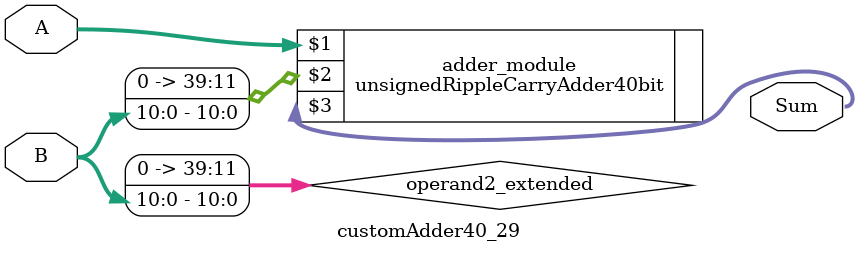
<source format=v>
module customAdder40_29(
                        input [39 : 0] A,
                        input [10 : 0] B,
                        
                        output [40 : 0] Sum
                );

        wire [39 : 0] operand2_extended;
        
        assign operand2_extended =  {29'b0, B};
        
        unsignedRippleCarryAdder40bit adder_module(
            A,
            operand2_extended,
            Sum
        );
        
        endmodule
        
</source>
